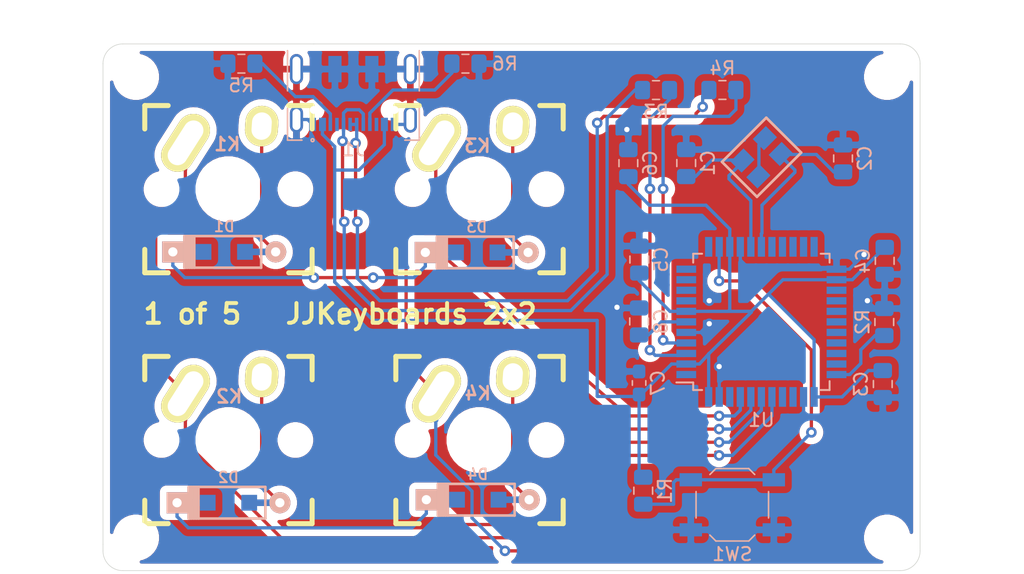
<source format=kicad_pcb>
(kicad_pcb (version 20171130) (host pcbnew "(5.1.5)-3")
  (layers (0 F.Cu signal) (31 B.Cu signal) (34 B.Paste user) (35 F.Paste user) (36 B.SilkS user) (37 F.SilkS user) (38 B.Mask user) (39 F.Mask user) (44 Edge.Cuts user))
  (net 0 "")
  (net 1 "Net-(C1-Pad1)")
  (net 2 "Net-(C2-Pad1)")
  (net 3 VCC)
  (net 4 "Net-(C8-Pad1)")
  (net 5 "Net-(D1-Pad2)")
  (net 6 /row0)
  (net 7 /row1)
  (net 8 "Net-(D3-Pad2)")
  (net 9 "Net-(D4-Pad2)")
  (net 10 /col0)
  (net 11 /col1)
  (net 12 "Net-(R1-Pad1)")
  (net 13 "Net-(R2-Pad2)")
  (net 14 "Net-(R3-Pad2)")
  (net 15 "Net-(R4-Pad1)")
  (net 16 "Net-(U1-Pad1)")
  (net 17 "Net-(U1-Pad8)")
  (net 18 "Net-(U1-Pad9)")
  (net 19 "Net-(U1-Pad10)")
  (net 20 "Net-(U1-Pad11)")
  (net 21 "Net-(U1-Pad12)")
  (net 22 "Net-(U1-Pad18)")
  (net 23 "Net-(U1-Pad19)")
  (net 24 "Net-(U1-Pad20)")
  (net 25 "Net-(U1-Pad21)")
  (net 26 "Net-(U1-Pad22)")
  (net 27 "Net-(U1-Pad25)")
  (net 28 "Net-(U1-Pad26)")
  (net 29 "Net-(U1-Pad27)")
  (net 30 "Net-(U1-Pad28)")
  (net 31 "Net-(U1-Pad29)")
  (net 32 "Net-(U1-Pad30)")
  (net 33 "Net-(U1-Pad31)")
  (net 34 "Net-(U1-Pad32)")
  (net 35 "Net-(U1-Pad36)")
  (net 36 "Net-(U1-Pad37)")
  (net 37 "Net-(U1-Pad42)")
  (net 38 "Net-(X1-Pad3)")
  (net 39 "Net-(D2-Pad2)")
  (net 40 "Net-(J1-PadA5)")
  (net 41 "Net-(J1-PadB8)")
  (net 42 "Net-(J1-PadA7)")
  (net 43 "Net-(J1-PadA6)")
  (net 44 "Net-(J1-PadB5)")
  (net 45 "Net-(J1-PadA8)")
  (net 46 GND)
  (module CustomFootprints:MountingHole_for_M2_NPTH (layer F.Cu) (at 143 51)
    (fp_text reference REF** hide)
    (fp_text value MountingHole_for_M2_NPTH)
    (pad "" np_thru_hole circle (at 0 0 90) (size 2.5 2.5) (drill 2.5) (layers *.Cu *.Mask))
  )
  (module CustomFootprints:MountingHole_for_M2_NPTH (layer F.Cu) (at 143 86)
    (fp_text reference REF** hide)
    (fp_text value MountingHole_for_M2_NPTH)
    (pad "" np_thru_hole circle (at 0 0 90) (size 2.5 2.5) (drill 2.5) (layers *.Cu *.Mask))
  )
  (module CustomFootprints:MountingHole_for_M2_NPTH (layer F.Cu) (at 200.084983 86.239058)
    (fp_text reference REF** hide)
    (fp_text value MountingHole_for_M2_NPTH)
    (pad "" np_thru_hole circle (at -0.084983 -0.239058 90) (size 2.5 2.5) (drill 2.5) (layers *.Cu *.Mask))
  )
  (module CustomFootprints:MountingHole_for_M2_NPTH (layer F.Cu) (at 200 51)
    (fp_text reference REF** hide)
    (fp_text value MountingHole_for_M2_NPTH)
    (pad "" np_thru_hole circle (at 0 0 90) (size 2.5 2.5) (drill 2.5) (layers *.Cu *.Mask))
  )
  (module Button_Switch_SMD:SW_SPST_TL3342 (layer B.Cu) (at 188.25 83.5)
    (fp_text reference SW1 (at 0 3.75) (layer B.SilkS) (effects (justify mirror)))
    (fp_text value SW_PUSH)
    (pad 1 smd rect (at -3.15 1.9) (size 1.7 1) (layers B.Cu B.Paste B.Mask) (net 46 GND))
    (pad 1 smd rect (at 3.15 1.9) (size 1.7 1) (layers B.Cu B.Paste B.Mask) (net 46 GND))
    (pad 2 smd rect (at -3.15 -1.9) (size 1.7 1) (layers B.Cu B.Paste B.Mask) (net 12 "Net-(R1-Pad1)"))
    (pad 2 smd rect (at 3.15 -1.9) (size 1.7 1) (layers B.Cu B.Paste B.Mask) (net 12 "Net-(R1-Pad1)"))
  )
  (module Capacitor_SMD:C_0805_2012Metric_Pad1.15x1.40mm_HandSolder (layer B.Cu) (at 184.751851 57.548078 90)
    (fp_text reference C1 (at 0 1.65 90) (layer B.SilkS) (effects (justify mirror)))
    (fp_text value 22p)
    (pad 2 smd roundrect (at 1.025 0 90) (size 1.15 1.4) (layers B.Cu B.Paste B.Mask) (roundrect_rratio 0.217391) (net 46 GND))
    (pad 1 smd roundrect (at -1.025 0 90) (size 1.15 1.4) (layers B.Cu B.Paste B.Mask) (roundrect_rratio 0.217391) (net 1 "Net-(C1-Pad1)"))
  )
  (module Capacitor_SMD:C_0805_2012Metric_Pad1.15x1.40mm_HandSolder (layer B.Cu) (at 196.651902 57.196937 90)
    (fp_text reference C2 (at 0 1.65 90) (layer B.SilkS) (effects (justify mirror)))
    (fp_text value 22p)
    (pad 1 smd roundrect (at -1.025 0 90) (size 1.15 1.4) (layers B.Cu B.Paste B.Mask) (roundrect_rratio 0.217391) (net 2 "Net-(C2-Pad1)"))
    (pad 2 smd roundrect (at 1.025 0 90) (size 1.15 1.4) (layers B.Cu B.Paste B.Mask) (roundrect_rratio 0.217391) (net 46 GND))
  )
  (module Capacitor_SMD:C_0805_2012Metric_Pad1.15x1.40mm_HandSolder (layer B.Cu) (at 199.667305 74.330405 270)
    (fp_text reference C3 (at 0 1.65 90) (layer B.SilkS) (effects (justify mirror)))
    (fp_text value 0.1u)
    (pad 1 smd roundrect (at -1.025 0 270) (size 1.15 1.4) (layers B.Cu B.Paste B.Mask) (roundrect_rratio 0.217391) (net 3 VCC))
    (pad 2 smd roundrect (at 1.025 0 270) (size 1.15 1.4) (layers B.Cu B.Paste B.Mask) (roundrect_rratio 0.217391) (net 46 GND))
  )
  (module Capacitor_SMD:C_0805_2012Metric_Pad1.15x1.40mm_HandSolder (layer B.Cu) (at 199.815606 64.973392 270)
    (fp_text reference C4 (at 0 1.65 90) (layer B.SilkS) (effects (justify mirror)))
    (fp_text value 0.1u)
    (pad 2 smd roundrect (at 1.025 0 270) (size 1.15 1.4) (layers B.Cu B.Paste B.Mask) (roundrect_rratio 0.217391) (net 46 GND))
    (pad 1 smd roundrect (at -1.025 0 270) (size 1.15 1.4) (layers B.Cu B.Paste B.Mask) (roundrect_rratio 0.217391) (net 3 VCC))
  )
  (module Capacitor_SMD:C_0805_2012Metric_Pad1.15x1.40mm_HandSolder (layer B.Cu) (at 181.192497 64.876612 90)
    (fp_text reference C5 (at 0 1.65 90) (layer B.SilkS) (effects (justify mirror)))
    (fp_text value 0.1u)
    (pad 1 smd roundrect (at -1.025 0 90) (size 1.15 1.4) (layers B.Cu B.Paste B.Mask) (roundrect_rratio 0.217391) (net 3 VCC))
    (pad 2 smd roundrect (at 1.025 0 90) (size 1.15 1.4) (layers B.Cu B.Paste B.Mask) (roundrect_rratio 0.217391) (net 46 GND))
  )
  (module Capacitor_SMD:C_0805_2012Metric_Pad1.15x1.40mm_HandSolder (layer B.Cu) (at 180.362008 57.554412 90)
    (fp_text reference C6 (at 0 1.65 90) (layer B.SilkS) (effects (justify mirror)))
    (fp_text value 0.1u)
    (pad 2 smd roundrect (at 1.025 0 90) (size 1.15 1.4) (layers B.Cu B.Paste B.Mask) (roundrect_rratio 0.217391) (net 46 GND))
    (pad 1 smd roundrect (at -1.025 0 90) (size 1.15 1.4) (layers B.Cu B.Paste B.Mask) (roundrect_rratio 0.217391) (net 3 VCC))
  )
  (module Capacitor_SMD:C_0805_2012Metric_Pad1.15x1.40mm_HandSolder (layer B.Cu) (at 181.177929 69.576762 90)
    (fp_text reference C8 (at 0 1.65 90) (layer B.SilkS) (effects (justify mirror)))
    (fp_text value 1u)
    (pad 2 smd roundrect (at 1.025 0 90) (size 1.15 1.4) (layers B.Cu B.Paste B.Mask) (roundrect_rratio 0.217391) (net 46 GND))
    (pad 1 smd roundrect (at -1.025 0 90) (size 1.15 1.4) (layers B.Cu B.Paste B.Mask) (roundrect_rratio 0.217391) (net 4 "Net-(C8-Pad1)"))
  )
  (module keyboard_parts:D_SOD123_axial (layer B.Cu) (at 149.7 64.29375)
    (fp_text reference D1 (at 0 -1.925) (layer B.SilkS) (effects (font (size 0.8 0.8)) (justify mirror)))
    (fp_text value D hide)
    (pad 2 smd rect (at 2.7 0) (size 2.5 0.5) (layers B.Cu) (net 5 "Net-(D1-Pad2)"))
    (pad 1 smd rect (at -2.7 0) (size 2.5 0.5) (layers B.Cu) (net 6 /row0))
    (pad 2 thru_hole circle (at 3.9 0) (size 1.6 1.6) (drill 0.7) (layers *.Cu *.Mask B.SilkS) (net 5 "Net-(D1-Pad2)"))
    (pad 1 thru_hole rect (at -3.9 0) (size 1.6 1.6) (drill 0.7) (layers *.Cu *.Mask B.SilkS) (net 6 /row0))
    (pad 1 smd rect (at -1.575 0) (size 1.2 1.2) (layers B.Cu B.Paste B.Mask) (net 6 /row0))
    (pad 2 smd rect (at 1.575 0) (size 1.2 1.2) (layers B.Cu B.Paste B.Mask) (net 5 "Net-(D1-Pad2)"))
  )
  (module keyboard_parts:D_SOD123_axial (layer B.Cu) (at 150.01875 83.34375)
    (fp_text reference D2 (at 0 -1.925) (layer B.SilkS) (effects (font (size 0.8 0.8)) (justify mirror)))
    (fp_text value D hide)
    (pad 2 smd rect (at 1.575 0) (size 1.2 1.2) (layers B.Cu B.Paste B.Mask) (net 39 "Net-(D2-Pad2)"))
    (pad 1 smd rect (at -1.575 0) (size 1.2 1.2) (layers B.Cu B.Paste B.Mask) (net 7 /row1))
    (pad 1 thru_hole rect (at -3.9 0) (size 1.6 1.6) (drill 0.7) (layers *.Cu *.Mask B.SilkS) (net 7 /row1))
    (pad 2 thru_hole circle (at 3.9 0) (size 1.6 1.6) (drill 0.7) (layers *.Cu *.Mask B.SilkS) (net 39 "Net-(D2-Pad2)"))
    (pad 1 smd rect (at -2.7 0) (size 2.5 0.5) (layers B.Cu) (net 7 /row1))
    (pad 2 smd rect (at 2.7 0) (size 2.5 0.5) (layers B.Cu) (net 39 "Net-(D2-Pad2)"))
  )
  (module keyboard_parts:D_SOD123_axial (layer B.Cu) (at 168.858501 64.334521)
    (fp_text reference D3 (at 0 -1.925) (layer B.SilkS) (effects (font (size 0.8 0.8)) (justify mirror)))
    (fp_text value D hide)
    (pad 2 smd rect (at 1.575 0) (size 1.2 1.2) (layers B.Cu B.Paste B.Mask) (net 8 "Net-(D3-Pad2)"))
    (pad 1 smd rect (at -1.575 0) (size 1.2 1.2) (layers B.Cu B.Paste B.Mask) (net 6 /row0))
    (pad 1 thru_hole rect (at -3.9 0) (size 1.6 1.6) (drill 0.7) (layers *.Cu *.Mask B.SilkS) (net 6 /row0))
    (pad 2 thru_hole circle (at 3.9 0) (size 1.6 1.6) (drill 0.7) (layers *.Cu *.Mask B.SilkS) (net 8 "Net-(D3-Pad2)"))
    (pad 1 smd rect (at -2.7 0) (size 2.5 0.5) (layers B.Cu) (net 6 /row0))
    (pad 2 smd rect (at 2.7 0) (size 2.5 0.5) (layers B.Cu) (net 8 "Net-(D3-Pad2)"))
  )
  (module keyboard_parts:D_SOD123_axial (layer B.Cu) (at 168.934483 83.113504)
    (fp_text reference D4 (at 0 -1.925) (layer B.SilkS) (effects (font (size 0.8 0.8)) (justify mirror)))
    (fp_text value D hide)
    (pad 2 smd rect (at 2.7 0) (size 2.5 0.5) (layers B.Cu) (net 9 "Net-(D4-Pad2)"))
    (pad 1 smd rect (at -2.7 0) (size 2.5 0.5) (layers B.Cu) (net 7 /row1))
    (pad 2 thru_hole circle (at 3.9 0) (size 1.6 1.6) (drill 0.7) (layers *.Cu *.Mask B.SilkS) (net 9 "Net-(D4-Pad2)"))
    (pad 1 thru_hole rect (at -3.9 0) (size 1.6 1.6) (drill 0.7) (layers *.Cu *.Mask B.SilkS) (net 7 /row1))
    (pad 1 smd rect (at -1.575 0) (size 1.2 1.2) (layers B.Cu B.Paste B.Mask) (net 7 /row1))
    (pad 2 smd rect (at 1.575 0) (size 1.2 1.2) (layers B.Cu B.Paste B.Mask) (net 9 "Net-(D4-Pad2)"))
  )
  (module keebs:Mx_Alps_100 (layer F.Cu) (at 150.01875 59.53125)
    (fp_text reference K1 (at -0.091142 -3.416841) (layer B.SilkS) (effects (font (thickness 0.2)) (justify mirror)))
    (fp_text value KEYSW hide)
    (pad 2 thru_hole oval (at 2.52 -4.79 356.1) (size 2.5 3.08) (drill oval 1.5 2.08) (layers *.Cu *.Mask F.SilkS) (net 5 "Net-(D1-Pad2)"))
    (pad 1 thru_hole oval (at -3.255 -3.52 327.5) (size 2.5 4.75) (drill oval 1.5 3.75) (layers *.Cu *.Mask F.SilkS) (net 10 /col0))
    (pad HOLE np_thru_hole circle (at 5.08 0) (size 1.7018 1.7018) (drill 1.7018) (layers *.Cu))
    (pad HOLE np_thru_hole circle (at -5.08 0) (size 1.7018 1.7018) (drill 1.7018) (layers *.Cu))
    (pad HOLE np_thru_hole circle (at 0 0) (size 3.9878 3.9878) (drill 3.9878) (layers *.Cu))
  )
  (module keebs:Mx_Alps_100 (layer F.Cu) (at 150.01875 78.58125)
    (fp_text reference K2 (at 0.057275 -3.309618) (layer B.SilkS) (effects (font (thickness 0.2)) (justify mirror)))
    (fp_text value KEYSW hide)
    (pad 2 thru_hole oval (at 2.52 -4.79 356.1) (size 2.5 3.08) (drill oval 1.5 2.08) (layers *.Cu *.Mask F.SilkS) (net 39 "Net-(D2-Pad2)"))
    (pad 1 thru_hole oval (at -3.255 -3.52 327.5) (size 2.5 4.75) (drill oval 1.5 3.75) (layers *.Cu *.Mask F.SilkS) (net 10 /col0))
    (pad HOLE np_thru_hole circle (at 5.08 0) (size 1.7018 1.7018) (drill 1.7018) (layers *.Cu))
    (pad HOLE np_thru_hole circle (at -5.08 0) (size 1.7018 1.7018) (drill 1.7018) (layers *.Cu))
    (pad HOLE np_thru_hole circle (at 0 0) (size 3.9878 3.9878) (drill 3.9878) (layers *.Cu))
  )
  (module keebs:Mx_Alps_100 (layer F.Cu) (at 169.06875 59.53125)
    (fp_text reference K3 (at -0.159776 -3.28902) (layer B.SilkS) (effects (font (thickness 0.2)) (justify mirror)))
    (fp_text value KEYSW hide)
    (pad HOLE np_thru_hole circle (at 0 0) (size 3.9878 3.9878) (drill 3.9878) (layers *.Cu))
    (pad HOLE np_thru_hole circle (at -5.08 0) (size 1.7018 1.7018) (drill 1.7018) (layers *.Cu))
    (pad HOLE np_thru_hole circle (at 5.08 0) (size 1.7018 1.7018) (drill 1.7018) (layers *.Cu))
    (pad 1 thru_hole oval (at -3.255 -3.52 327.5) (size 2.5 4.75) (drill oval 1.5 3.75) (layers *.Cu *.Mask F.SilkS) (net 11 /col1))
    (pad 2 thru_hole oval (at 2.52 -4.79 356.1) (size 2.5 3.08) (drill oval 1.5 2.08) (layers *.Cu *.Mask F.SilkS) (net 8 "Net-(D3-Pad2)"))
  )
  (module keebs:Mx_Alps_100 (layer F.Cu) (at 169.06875 78.58125)
    (fp_text reference K4 (at -0.126397 -3.539695) (layer B.SilkS) (effects (font (thickness 0.2)) (justify mirror)))
    (fp_text value KEYSW hide)
    (pad HOLE np_thru_hole circle (at 0 0) (size 3.9878 3.9878) (drill 3.9878) (layers *.Cu))
    (pad HOLE np_thru_hole circle (at -5.08 0) (size 1.7018 1.7018) (drill 1.7018) (layers *.Cu))
    (pad HOLE np_thru_hole circle (at 5.08 0) (size 1.7018 1.7018) (drill 1.7018) (layers *.Cu))
    (pad 1 thru_hole oval (at -3.255 -3.52 327.5) (size 2.5 4.75) (drill oval 1.5 3.75) (layers *.Cu *.Mask F.SilkS) (net 11 /col1))
    (pad 2 thru_hole oval (at 2.52 -4.79 356.1) (size 2.5 3.08) (drill oval 1.5 2.08) (layers *.Cu *.Mask F.SilkS) (net 9 "Net-(D4-Pad2)"))
  )
  (module Resistor_SMD:R_0805_2012Metric_Pad1.15x1.40mm_HandSolder (layer B.Cu) (at 181.491178 82.430368 90)
    (fp_text reference R1 (at 0 1.65 90) (layer B.SilkS) (effects (justify mirror)))
    (fp_text value 10k)
    (pad 2 smd roundrect (at 1.025 0 90) (size 1.15 1.4) (layers B.Cu B.Paste B.Mask) (roundrect_rratio 0.217391) (net 3 VCC))
    (pad 1 smd roundrect (at -1.025 0 90) (size 1.15 1.4) (layers B.Cu B.Paste B.Mask) (roundrect_rratio 0.217391) (net 12 "Net-(R1-Pad1)"))
  )
  (module Resistor_SMD:R_0805_2012Metric_Pad1.15x1.40mm_HandSolder (layer B.Cu) (at 199.781879 69.620621 270)
    (fp_text reference R2 (at 0 1.65 90) (layer B.SilkS) (effects (justify mirror)))
    (fp_text value 10k)
    (pad 1 smd roundrect (at -1.025 0 270) (size 1.15 1.4) (layers B.Cu B.Paste B.Mask) (roundrect_rratio 0.217391) (net 46 GND))
    (pad 2 smd roundrect (at 1.025 0 270) (size 1.15 1.4) (layers B.Cu B.Paste B.Mask) (roundrect_rratio 0.217391) (net 13 "Net-(R2-Pad2)"))
  )
  (module Resistor_SMD:R_0805_2012Metric_Pad1.15x1.40mm_HandSolder (layer B.Cu) (at 182.459842 52.004914)
    (fp_text reference R3 (at 0 1.65) (layer B.SilkS) (effects (justify mirror)))
    (fp_text value 22)
    (pad 1 smd roundrect (at -1.025 0) (size 1.15 1.4) (layers B.Cu B.Paste B.Mask) (roundrect_rratio 0.217391) (net 42 "Net-(J1-PadA7)"))
    (pad 2 smd roundrect (at 1.025 0) (size 1.15 1.4) (layers B.Cu B.Paste B.Mask) (roundrect_rratio 0.217391) (net 14 "Net-(R3-Pad2)"))
  )
  (module Resistor_SMD:R_0805_2012Metric_Pad1.15x1.40mm_HandSolder (layer B.Cu) (at 187.5 52 180)
    (fp_text reference R4 (at 0 1.65) (layer B.SilkS) (effects (justify mirror)))
    (fp_text value 22)
    (pad 2 smd roundrect (at 1.025 0 180) (size 1.15 1.4) (layers B.Cu B.Paste B.Mask) (roundrect_rratio 0.217391) (net 43 "Net-(J1-PadA6)"))
    (pad 1 smd roundrect (at -1.025 0 180) (size 1.15 1.4) (layers B.Cu B.Paste B.Mask) (roundrect_rratio 0.217391) (net 15 "Net-(R4-Pad1)"))
  )
  (module Housings_QFP:TQFP-44_10x10mm_Pitch0.8mm (layer B.Cu) (at 190.457273 69.608954)
    (fp_text reference U1 (at 0 7.45) (layer B.SilkS) (effects (justify mirror)))
    (fp_text value ATMEGA32U4)
    (pad 1 smd rect (at -5.7 4) (size 1.5 0.55) (layers B.Cu B.Paste B.Mask) (net 16 "Net-(U1-Pad1)"))
    (pad 2 smd rect (at -5.7 3.2) (size 1.5 0.55) (layers B.Cu B.Paste B.Mask) (net 3 VCC))
    (pad 3 smd rect (at -5.7 2.4) (size 1.5 0.55) (layers B.Cu B.Paste B.Mask) (net 14 "Net-(R3-Pad2)"))
    (pad 4 smd rect (at -5.7 1.6) (size 1.5 0.55) (layers B.Cu B.Paste B.Mask) (net 15 "Net-(R4-Pad1)"))
    (pad 5 smd rect (at -5.7 0.8) (size 1.5 0.55) (layers B.Cu B.Paste B.Mask) (net 46 GND))
    (pad 6 smd rect (at -5.7 0) (size 1.5 0.55) (layers B.Cu B.Paste B.Mask) (net 4 "Net-(C8-Pad1)"))
    (pad 7 smd rect (at -5.7 -0.8) (size 1.5 0.55) (layers B.Cu B.Paste B.Mask) (net 3 VCC))
    (pad 8 smd rect (at -5.7 -1.6) (size 1.5 0.55) (layers B.Cu B.Paste B.Mask) (net 17 "Net-(U1-Pad8)"))
    (pad 9 smd rect (at -5.7 -2.4) (size 1.5 0.55) (layers B.Cu B.Paste B.Mask) (net 18 "Net-(U1-Pad9)"))
    (pad 10 smd rect (at -5.7 -3.2) (size 1.5 0.55) (layers B.Cu B.Paste B.Mask) (net 19 "Net-(U1-Pad10)"))
    (pad 11 smd rect (at -5.7 -4) (size 1.5 0.55) (layers B.Cu B.Paste B.Mask) (net 20 "Net-(U1-Pad11)"))
    (pad 12 smd rect (at -4 -5.7 270) (size 1.5 0.55) (layers B.Cu B.Paste B.Mask) (net 21 "Net-(U1-Pad12)"))
    (pad 13 smd rect (at -3.2 -5.7 270) (size 1.5 0.55) (layers B.Cu B.Paste B.Mask) (net 12 "Net-(R1-Pad1)"))
    (pad 14 smd rect (at -2.4 -5.7 270) (size 1.5 0.55) (layers B.Cu B.Paste B.Mask) (net 3 VCC))
    (pad 15 smd rect (at -1.6 -5.7 270) (size 1.5 0.55) (layers B.Cu B.Paste B.Mask) (net 46 GND))
    (pad 16 smd rect (at -0.8 -5.7 270) (size 1.5 0.55) (layers B.Cu B.Paste B.Mask) (net 1 "Net-(C1-Pad1)"))
    (pad 17 smd rect (at 0 -5.7 270) (size 1.5 0.55) (layers B.Cu B.Paste B.Mask) (net 2 "Net-(C2-Pad1)"))
    (pad 18 smd rect (at 0.8 -5.7 270) (size 1.5 0.55) (layers B.Cu B.Paste B.Mask) (net 22 "Net-(U1-Pad18)"))
    (pad 19 smd rect (at 1.6 -5.7 270) (size 1.5 0.55) (layers B.Cu B.Paste B.Mask) (net 23 "Net-(U1-Pad19)"))
    (pad 20 smd rect (at 2.4 -5.7 270) (size 1.5 0.55) (layers B.Cu B.Paste B.Mask) (net 24 "Net-(U1-Pad20)"))
    (pad 21 smd rect (at 3.2 -5.7 270) (size 1.5 0.55) (layers B.Cu B.Paste B.Mask) (net 25 "Net-(U1-Pad21)"))
    (pad 22 smd rect (at 4 -5.7 270) (size 1.5 0.55) (layers B.Cu B.Paste B.Mask) (net 26 "Net-(U1-Pad22)"))
    (pad 23 smd rect (at 5.7 -4) (size 1.5 0.55) (layers B.Cu B.Paste B.Mask) (net 46 GND))
    (pad 24 smd rect (at 5.7 -3.2) (size 1.5 0.55) (layers B.Cu B.Paste B.Mask) (net 3 VCC))
    (pad 25 smd rect (at 5.7 -2.4) (size 1.5 0.55) (layers B.Cu B.Paste B.Mask) (net 27 "Net-(U1-Pad25)"))
    (pad 26 smd rect (at 5.7 -1.6) (size 1.5 0.55) (layers B.Cu B.Paste B.Mask) (net 28 "Net-(U1-Pad26)"))
    (pad 27 smd rect (at 5.7 -0.8) (size 1.5 0.55) (layers B.Cu B.Paste B.Mask) (net 29 "Net-(U1-Pad27)"))
    (pad 28 smd rect (at 5.7 0) (size 1.5 0.55) (layers B.Cu B.Paste B.Mask) (net 30 "Net-(U1-Pad28)"))
    (pad 29 smd rect (at 5.7 0.8) (size 1.5 0.55) (layers B.Cu B.Paste B.Mask) (net 31 "Net-(U1-Pad29)"))
    (pad 30 smd rect (at 5.7 1.6) (size 1.5 0.55) (layers B.Cu B.Paste B.Mask) (net 32 "Net-(U1-Pad30)"))
    (pad 31 smd rect (at 5.7 2.4) (size 1.5 0.55) (layers B.Cu B.Paste B.Mask) (net 33 "Net-(U1-Pad31)"))
    (pad 32 smd rect (at 5.7 3.2) (size 1.5 0.55) (layers B.Cu B.Paste B.Mask) (net 34 "Net-(U1-Pad32)"))
    (pad 33 smd rect (at 5.7 4) (size 1.5 0.55) (layers B.Cu B.Paste B.Mask) (net 13 "Net-(R2-Pad2)"))
    (pad 34 smd rect (at 4 5.7 270) (size 1.5 0.55) (layers B.Cu B.Paste B.Mask) (net 3 VCC))
    (pad 35 smd rect (at 3.2 5.7 270) (size 1.5 0.55) (layers B.Cu B.Paste B.Mask) (net 46 GND))
    (pad 36 smd rect (at 2.4 5.7 270) (size 1.5 0.55) (layers B.Cu B.Paste B.Mask) (net 35 "Net-(U1-Pad36)"))
    (pad 37 smd rect (at 1.6 5.7 270) (size 1.5 0.55) (layers B.Cu B.Paste B.Mask) (net 36 "Net-(U1-Pad37)"))
    (pad 38 smd rect (at 0.8 5.7 270) (size 1.5 0.55) (layers B.Cu B.Paste B.Mask) (net 11 /col1))
    (pad 39 smd rect (at 0 5.7 270) (size 1.5 0.55) (layers B.Cu B.Paste B.Mask) (net 10 /col0))
    (pad 40 smd rect (at -0.8 5.7 270) (size 1.5 0.55) (layers B.Cu B.Paste B.Mask) (net 7 /row1))
    (pad 41 smd rect (at -1.6 5.7 270) (size 1.5 0.55) (layers B.Cu B.Paste B.Mask) (net 6 /row0))
    (pad 42 smd rect (at -2.4 5.7 270) (size 1.5 0.55) (layers B.Cu B.Paste B.Mask) (net 37 "Net-(U1-Pad42)"))
    (pad 43 smd rect (at -3.2 5.7 270) (size 1.5 0.55) (layers B.Cu B.Paste B.Mask) (net 46 GND))
    (pad 44 smd rect (at -4 5.7 270) (size 1.5 0.55) (layers B.Cu B.Paste B.Mask) (net 3 VCC))
  )
  (module keyboard_parts:FA-238 (layer B.Cu) (at 190.474241 57.106928 45)
    (fp_text reference X1 hide)
    (fp_text value XTAL_GND hide)
    (pad 3 smd rect (at -1.1 0.8 45) (size 1.4 1.2) (drill (offset -0.1 0.05)) (layers B.Cu B.Paste B.Mask) (net 38 "Net-(X1-Pad3)") (clearance 0.2))
    (pad 2 smd rect (at 1.1 0.8 45) (size 1.4 1.2) (drill (offset 0.1 0.05)) (layers B.Cu B.Paste B.Mask) (net 2 "Net-(C2-Pad1)") (clearance 0.2))
    (pad 1 smd rect (at -1.1 -0.8 45) (size 1.4 1.2) (drill (offset -0.1 -0.05)) (layers B.Cu B.Paste B.Mask) (net 1 "Net-(C1-Pad1)") (clearance 0.2))
    (pad 3 smd rect (at 1.1 -0.8 45) (size 1.4 1.2) (drill (offset 0.1 -0.05)) (layers B.Cu B.Paste B.Mask) (net 38 "Net-(X1-Pad3)") (clearance 0.2))
  )
  (module Capacitor_SMD:C_0603_1608Metric_Pad1.05x0.95mm_HandSolder (layer B.Cu) (at 181.176934 74.249661 90)
    (fp_text reference C7 (at 0 1.43 90) (layer B.SilkS) (effects (justify mirror)))
    (fp_text value 4,7u)
    (pad 1 smd roundrect (at -0.875 0 90) (size 1.05 0.95) (layers B.Cu B.Paste B.Mask) (net 3 VCC))
    (pad 2 smd roundrect (at 0.875 0 90) (size 1.05 0.95) (layers B.Cu B.Paste B.Mask) (net 46 GND))
  )
  (module Connector_USB:USB_C_Receptacle_JAE_DX07S016JA1 (layer B.Cu) (at 159.5 52.25)
    (fp_text reference J1 (at 0 4.2625) (layer B.SilkS) (effects (justify mirror)))
    (fp_text value USB_C_Receptacle_USB2.0)
    (pad B1 smd rect (at 3.1 2.3625) (size 0.52 1) (layers B.Cu B.Paste B.Mask) (net 46 GND))
    (pad A9 smd rect (at 2.35 2.3625) (size 0.52 1) (layers B.Cu B.Paste B.Mask) (net 3 VCC))
    (pad B9 smd rect (at -2.35 2.3625) (size 0.52 1) (layers B.Cu B.Paste B.Mask) (net 3 VCC))
    (pad B12 smd rect (at -3.1 2.3625) (size 0.52 1) (layers B.Cu B.Paste B.Mask) (net 46 GND))
    (pad A1 smd rect (at -3.1 2.3625) (size 0.52 1) (layers B.Cu B.Paste B.Mask) (net 46 GND))
    (pad A4 smd rect (at -2.35 2.3625) (size 0.52 1) (layers B.Cu B.Paste B.Mask) (net 3 VCC))
    (pad B4 smd rect (at 2.35 2.3625) (size 0.52 1) (layers B.Cu B.Paste B.Mask) (net 3 VCC))
    (pad A12 smd rect (at 3.1 2.3625) (size 0.52 1) (layers B.Cu B.Paste B.Mask) (net 46 GND))
    (pad A5 smd rect (at -1.75 2.3625) (size 0.27 1) (layers B.Cu B.Paste B.Mask) (net 40 "Net-(J1-PadA5)"))
    (pad B8 smd rect (at -1.25 2.3625) (size 0.27 1) (layers B.Cu B.Paste B.Mask) (net 41 "Net-(J1-PadB8)"))
    (pad B7 smd rect (at -0.75 2.3625) (size 0.27 1) (layers B.Cu B.Paste B.Mask) (net 42 "Net-(J1-PadA7)"))
    (pad B6 smd rect (at 0.25 2.3625) (size 0.27 1) (layers B.Cu B.Paste B.Mask) (net 43 "Net-(J1-PadA6)"))
    (pad A7 smd rect (at 0.75 2.3625) (size 0.27 1) (layers B.Cu B.Paste B.Mask) (net 42 "Net-(J1-PadA7)"))
    (pad B5 smd rect (at 1.25 2.3625) (size 0.27 1) (layers B.Cu B.Paste B.Mask) (net 44 "Net-(J1-PadB5)"))
    (pad A8 smd rect (at 1.75 2.3625) (size 0.27 1) (layers B.Cu B.Paste B.Mask) (net 45 "Net-(J1-PadA8)"))
    (pad A6 smd rect (at -0.25 2.3625) (size 0.27 1) (layers B.Cu B.Paste B.Mask) (net 43 "Net-(J1-PadA6)"))
    (pad S1 thru_hole oval (at 4.32 1.9875) (size 1 2) (drill oval 0.6 1.6) (layers *.Cu *.Mask) (net 46 GND))
    (pad S1 thru_hole oval (at -4.32 1.9875) (size 1 2) (drill oval 0.6 1.6) (layers *.Cu *.Mask) (net 46 GND))
    (pad "" np_thru_hole circle (at -3 1.2625) (size 0.6 0.6) (drill 0.6) (layers *.Cu *.Mask))
    (pad S1 thru_hole oval (at -4.32 -1.8375) (size 1 2.3) (drill oval 0.6 1.9) (layers *.Cu *.Mask) (net 46 GND))
    (pad "" np_thru_hole oval (at 3 1.2625) (size 0.85 0.6) (drill oval 0.85 0.6) (layers *.Cu *.Mask))
    (pad S1 thru_hole oval (at 4.32 -1.8375) (size 1 2.3) (drill oval 0.6 1.9) (layers *.Cu *.Mask) (net 46 GND))
    (pad S1 smd rect (at 1.4 -1.8375) (size 1 2) (layers B.Cu B.Paste B.Mask) (net 46 GND))
    (pad S1 smd rect (at -1.4 -1.8375) (size 1 2) (layers B.Cu B.Paste B.Mask) (net 46 GND))
  )
  (module Resistor_SMD:R_0805_2012Metric_Pad1.15x1.40mm_HandSolder (layer B.Cu) (at 151 50)
    (fp_text reference R5 (at 0 1.65) (layer B.SilkS) (effects (justify mirror)))
    (fp_text value 5.1k)
    (pad 2 smd roundrect (at 1.025 0) (size 1.15 1.4) (layers B.Cu B.Paste B.Mask) (roundrect_rratio 0.217391) (net 40 "Net-(J1-PadA5)"))
    (pad 1 smd roundrect (at -1.025 0) (size 1.15 1.4) (layers B.Cu B.Paste B.Mask) (roundrect_rratio 0.217391) (net 46 GND))
  )
  (module Resistor_SMD:R_0805_2012Metric_Pad1.15x1.40mm_HandSolder (layer B.Cu) (at 168 50 180)
    (fp_text reference R6 (at -3 0) (layer B.SilkS) (effects (justify mirror)))
    (fp_text value 5.1k)
    (pad 1 smd roundrect (at -1.025 0 180) (size 1.15 1.4) (layers B.Cu B.Paste B.Mask) (roundrect_rratio 0.217391) (net 46 GND))
    (pad 2 smd roundrect (at 1.025 0 180) (size 1.15 1.4) (layers B.Cu B.Paste B.Mask) (roundrect_rratio 0.217391) (net 44 "Net-(J1-PadB5)"))
  )
  (gr_line (start 140.5 86.5) (end 140.5 87) (layer Edge.Cuts) (width 0.05))
  (gr_arc (start 142 50) (end 142 48.5) (angle -90) (layer Edge.Cuts) (width 0.05))
  (gr_arc (start 142 87) (end 140.5 87) (angle -90) (layer Edge.Cuts) (width 0.05))
  (gr_arc (start 201 87) (end 201 88.5) (angle -90) (layer Edge.Cuts) (width 0.05))
  (gr_arc (start 201 50) (end 202.5 50) (angle -90) (layer Edge.Cuts) (width 0.05))
  (gr_line (start 201 48.5) (end 156.5 48.5) (layer Edge.Cuts) (width 0.05))
  (gr_line (start 202.5 87) (end 202.5 50) (layer Edge.Cuts) (width 0.05))
  (gr_line (start 142 88.5) (end 201 88.5) (layer Edge.Cuts) (width 0.05))
  (gr_line (start 140.5 50) (end 140.5 86.5) (layer Edge.Cuts) (width 0.05))
  (gr_line (start 156.5 48.5) (end 142 48.5) (layer Edge.Cuts) (width 0.05))
  (gr_text "1 of 5   JJKeyboards 2x2" (at 158.5 69) (layer F.SilkS) (effects (font (size 1.5 1.5) (thickness 0.3))))
  (segment (start 199.781879 68.595621) (end 199.081879 68.595621) (width 0.25) (layer B.Cu) (net 46))
  (segment (start 195.157273 65.608954) (end 196.157273 65.608954) (width 0.25) (layer B.Cu) (net 46))
  (segment (start 189.557273 65.608954) (end 195.157273 65.608954) (width 0.25) (layer B.Cu) (net 46))
  (segment (start 188.857273 64.908954) (end 189.557273 65.608954) (width 0.25) (layer B.Cu) (net 46))
  (segment (start 188.857273 63.908954) (end 188.857273 64.908954) (width 0.25) (layer B.Cu) (net 46))
  (via (at 198.5 68) (size 0.8) (drill 0.4) (layers F.Cu B.Cu) (net 46))
  (segment (start 199.781879 68.595621) (end 199.095621 68.595621) (width 0.25) (layer B.Cu) (net 46))
  (segment (start 199.095621 68.595621) (end 198.5 68) (width 0.25) (layer B.Cu) (net 46))
  (via (at 198.244346 64.494346) (size 0.8) (drill 0.4) (layers F.Cu B.Cu) (net 46))
  (segment (start 198.5 68) (end 198.5 64.75) (width 0.25) (layer F.Cu) (net 46))
  (segment (start 198.5 64.75) (end 198.244346 64.494346) (width 0.25) (layer F.Cu) (net 46))
  (segment (start 197.129738 65.608954) (end 196.157273 65.608954) (width 0.25) (layer B.Cu) (net 46))
  (segment (start 198.244346 64.494346) (end 197.129738 65.608954) (width 0.25) (layer B.Cu) (net 46))
  (segment (start 187.257273 75.308954) (end 187.257273 73.992727) (width 0.25) (layer B.Cu) (net 46))
  (segment (start 193.657273 75.308954) (end 193.657273 76.592727) (width 0.25) (layer B.Cu) (net 46))
  (segment (start 193.657273 76.592727) (end 193.25 77) (width 0.25) (layer B.Cu) (net 46))
  (via (at 186.5 69.75) (size 0.8) (drill 0.4) (layers F.Cu B.Cu) (net 46))
  (segment (start 184.757273 70.408954) (end 185.841046 70.408954) (width 0.25) (layer B.Cu) (net 46))
  (segment (start 185.841046 70.408954) (end 186.5 69.75) (width 0.25) (layer B.Cu) (net 46))
  (via (at 186.5 68) (size 0.8) (drill 0.4) (layers F.Cu B.Cu) (net 46))
  (segment (start 186.5 69.75) (end 186.5 68) (width 0.25) (layer F.Cu) (net 46))
  (segment (start 186.5 68) (end 186.5 67.5) (width 0.25) (layer B.Cu) (net 46))
  (segment (start 186.5 67.5) (end 186.5 67.25) (width 0.25) (layer B.Cu) (net 46))
  (via (at 179.5 68.5) (size 0.8) (drill 0.4) (layers F.Cu B.Cu) (net 46))
  (segment (start 181.177929 68.551762) (end 179.551762 68.551762) (width 0.25) (layer B.Cu) (net 46))
  (segment (start 179.551762 68.551762) (end 179.5 68.5) (width 0.25) (layer B.Cu) (net 46))
  (via (at 180.25 55) (size 0.8) (drill 0.4) (layers F.Cu B.Cu) (net 46))
  (segment (start 180.362008 56.529412) (end 180.362008 55.112008) (width 0.25) (layer B.Cu) (net 46))
  (segment (start 180.362008 55.112008) (end 180.25 55) (width 0.25) (layer B.Cu) (net 46))
  (segment (start 180.25 55) (end 184.5 55) (width 0.25) (layer F.Cu) (net 46))
  (via (at 187.25 73) (size 0.8) (drill 0.4) (layers F.Cu B.Cu) (net 46))
  (segment (start 187.257273 73.992727) (end 187.257273 73.007273) (width 0.25) (layer B.Cu) (net 46))
  (segment (start 187.257273 73.007273) (end 187.25 73) (width 0.25) (layer B.Cu) (net 46))
  (segment (start 187.25 73) (end 187.25 70.25) (width 0.25) (layer F.Cu) (net 46))
  (segment (start 156.025 54.2375) (end 156.4 54.6125) (width 0.25) (layer B.Cu) (net 46))
  (segment (start 155.18 54.2375) (end 156.025 54.2375) (width 0.25) (layer B.Cu) (net 46))
  (segment (start 163.445 54.6125) (end 163.82 54.2375) (width 0.25) (layer B.Cu) (net 46))
  (segment (start 162.6 54.6125) (end 163.445 54.6125) (width 0.25) (layer B.Cu) (net 46))
  (segment (start 186.705869 57.31906) (end 189.130738 57.31906) (width 0.25) (layer B.Cu) (net 1))
  (segment (start 185.451851 58.573078) (end 186.705869 57.31906) (width 0.25) (layer B.Cu) (net 1))
  (segment (start 184.751851 58.573078) (end 185.451851 58.573078) (width 0.25) (layer B.Cu) (net 1))
  (segment (start 189.130738 57.31906) (end 188.982505 57.467293) (width 0.25) (layer B.Cu) (net 1))
  (segment (start 189.130738 57.31906) (end 189.130738 57.369262) (width 0.25) (layer B.Cu) (net 1))
  (segment (start 189.130738 57.369262) (end 188 58.5) (width 0.25) (layer B.Cu) (net 1))
  (segment (start 188 58.5) (end 188 58.75) (width 0.25) (layer B.Cu) (net 1))
  (segment (start 189.657273 60.407273) (end 189.657273 63.908954) (width 0.25) (layer B.Cu) (net 1))
  (segment (start 188 58.75) (end 189.657273 60.407273) (width 0.25) (layer B.Cu) (net 1))
  (segment (start 190.457273 62.908954) (end 190.5 62.866227) (width 0.25) (layer B.Cu) (net 2))
  (segment (start 190.457273 63.908954) (end 190.457273 62.908954) (width 0.25) (layer B.Cu) (net 2))
  (segment (start 190.5 62.866227) (end 190.5 60.75) (width 0.25) (layer B.Cu) (net 2))
  (segment (start 190.5 60.75) (end 193 58.25) (width 0.25) (layer B.Cu) (net 2))
  (segment (start 193 58.077052) (end 191.817744 56.894796) (width 0.25) (layer B.Cu) (net 2))
  (segment (start 193 58.25) (end 193 58.077052) (width 0.25) (layer B.Cu) (net 2))
  (segment (start 194.624761 56.894796) (end 191.817744 56.894796) (width 0.25) (layer B.Cu) (net 2))
  (segment (start 195.951902 58.221937) (end 194.624761 56.894796) (width 0.25) (layer B.Cu) (net 2))
  (segment (start 196.651902 58.221937) (end 195.951902 58.221937) (width 0.25) (layer B.Cu) (net 2))
  (segment (start 181.176934 75.274661) (end 178.024661 75.274661) (width 0.25) (layer B.Cu) (net 3))
  (segment (start 178.024661 75.274661) (end 178 75.25) (width 0.25) (layer B.Cu) (net 3))
  (segment (start 178 75.25) (end 178 69.5) (width 0.25) (layer B.Cu) (net 3))
  (segment (start 178 69.5) (end 174.75 69.5) (width 0.25) (layer B.Cu) (net 3))
  (segment (start 183.642641 72.808954) (end 184.757273 72.808954) (width 0.25) (layer B.Cu) (net 3))
  (segment (start 181.176934 75.274661) (end 183.642641 72.808954) (width 0.25) (layer B.Cu) (net 3))
  (segment (start 181.176934 81.091124) (end 181.491178 81.405368) (width 0.25) (layer B.Cu) (net 3))
  (segment (start 181.176934 75.274661) (end 181.176934 81.091124) (width 0.25) (layer B.Cu) (net 3))
  (segment (start 180.362008 59.154412) (end 181.957596 60.75) (width 0.25) (layer B.Cu) (net 3))
  (segment (start 180.362008 58.579412) (end 180.362008 59.154412) (width 0.25) (layer B.Cu) (net 3))
  (segment (start 181.957596 60.75) (end 186.25 60.75) (width 0.25) (layer B.Cu) (net 3))
  (segment (start 188.057273 62.557273) (end 188.057273 63.908954) (width 0.25) (layer B.Cu) (net 3))
  (segment (start 186.25 60.75) (end 188.057273 62.557273) (width 0.25) (layer B.Cu) (net 3))
  (segment (start 197.355044 66.408954) (end 196.157273 66.408954) (width 0.25) (layer B.Cu) (net 3))
  (segment (start 199.815606 63.948392) (end 197.355044 66.408954) (width 0.25) (layer B.Cu) (net 3))
  (segment (start 199.667305 73.305405) (end 198.967305 73.305405) (width 0.25) (layer B.Cu) (net 3))
  (segment (start 196.581664 75.308954) (end 194.457273 75.308954) (width 0.25) (layer B.Cu) (net 3))
  (segment (start 198.585213 73.305405) (end 199.667305 73.305405) (width 0.25) (layer B.Cu) (net 3))
  (segment (start 196.581664 75.308954) (end 198.585213 73.305405) (width 0.25) (layer B.Cu) (net 3))
  (segment (start 183.757273 68.808954) (end 184.757273 68.808954) (width 0.25) (layer B.Cu) (net 3))
  (segment (start 183.524839 68.808954) (end 183.757273 68.808954) (width 0.25) (layer B.Cu) (net 3))
  (segment (start 181.192497 66.476612) (end 183.524839 68.808954) (width 0.25) (layer B.Cu) (net 3))
  (segment (start 181.192497 65.901612) (end 181.192497 66.476612) (width 0.25) (layer B.Cu) (net 3))
  (segment (start 185.757273 72.808954) (end 184.757273 72.808954) (width 0.25) (layer B.Cu) (net 3))
  (segment (start 189.691046 68.808954) (end 189.691046 68.875181) (width 0.25) (layer B.Cu) (net 3))
  (segment (start 192.091046 66.408954) (end 196.157273 66.408954) (width 0.25) (layer B.Cu) (net 3))
  (segment (start 188.057273 63.908954) (end 188.057273 68.692727) (width 0.25) (layer B.Cu) (net 3))
  (segment (start 188.057273 68.692727) (end 188 68.75) (width 0.25) (layer B.Cu) (net 3))
  (segment (start 184.757273 68.808954) (end 189.691046 68.808954) (width 0.25) (layer B.Cu) (net 3))
  (segment (start 186.457273 72.042727) (end 186.5 72) (width 0.25) (layer B.Cu) (net 3))
  (segment (start 186.457273 75.308954) (end 186.457273 72.042727) (width 0.25) (layer B.Cu) (net 3))
  (segment (start 189.691046 68.875181) (end 186.5 72) (width 0.25) (layer B.Cu) (net 3))
  (segment (start 186.5 72) (end 185.757273 72.808954) (width 0.25) (layer B.Cu) (net 3))
  (segment (start 194.457273 75.308954) (end 194.457273 70.957273) (width 0.25) (layer B.Cu) (net 3))
  (segment (start 189.691046 68.808954) (end 191 67.5) (width 0.25) (layer B.Cu) (net 3))
  (segment (start 194.457273 70.957273) (end 191 67.5) (width 0.25) (layer B.Cu) (net 3))
  (segment (start 191 67.5) (end 192.091046 66.408954) (width 0.25) (layer B.Cu) (net 3))
  (segment (start 161 69.5) (end 174.702273 69.5) (width 0.25) (layer B.Cu) (net 3))
  (segment (start 158.079171 66.579171) (end 161 69.5) (width 0.25) (layer B.Cu) (net 3))
  (segment (start 157.15 55.3625) (end 158.079171 56.291671) (width 0.25) (layer B.Cu) (net 3))
  (segment (start 157.15 54.6125) (end 157.15 55.3625) (width 0.25) (layer B.Cu) (net 3))
  (segment (start 158.079171 58.079171) (end 158.079171 66.579171) (width 0.25) (layer B.Cu) (net 3))
  (segment (start 158.079171 58.079171) (end 159.920829 58.079171) (width 0.25) (layer B.Cu) (net 3))
  (segment (start 158.079171 56.291671) (end 158.079171 58.079171) (width 0.25) (layer B.Cu) (net 3))
  (segment (start 161.85 56.15) (end 161.85 54.6125) (width 0.25) (layer B.Cu) (net 3))
  (segment (start 159.920829 58.079171) (end 161.85 56.15) (width 0.25) (layer B.Cu) (net 3))
  (segment (start 183.757273 69.608954) (end 184.757273 69.608954) (width 0.25) (layer B.Cu) (net 4))
  (segment (start 181.877929 70.601762) (end 182.870737 69.608954) (width 0.25) (layer B.Cu) (net 4))
  (segment (start 182.870737 69.608954) (end 183.757273 69.608954) (width 0.25) (layer B.Cu) (net 4))
  (segment (start 181.177929 70.601762) (end 181.877929 70.601762) (width 0.25) (layer B.Cu) (net 4))
  (segment (start 152.53875 63.2325) (end 153.6 64.29375) (width 0.25) (layer F.Cu) (net 5))
  (segment (start 152.53875 54.74125) (end 152.53875 63.2325) (width 0.25) (layer F.Cu) (net 5))
  (segment (start 145.8 65.34375) (end 146.70625 66.25) (width 0.25) (layer B.Cu) (net 6))
  (segment (start 145.8 64.29375) (end 145.8 65.34375) (width 0.25) (layer B.Cu) (net 6))
  (via (at 156.5 66.25) (size 0.8) (drill 0.4) (layers F.Cu B.Cu) (net 6))
  (segment (start 146.70625 66.25) (end 156.5 66.25) (width 0.25) (layer B.Cu) (net 6))
  (via (at 161 66.25) (size 0.8) (drill 0.4) (layers F.Cu B.Cu) (net 6))
  (segment (start 156.5 66.25) (end 161 66.25) (width 0.25) (layer F.Cu) (net 6))
  (segment (start 164.093022 66.25) (end 164.958501 65.384521) (width 0.25) (layer B.Cu) (net 6))
  (segment (start 164.958501 65.384521) (end 164.958501 64.334521) (width 0.25) (layer B.Cu) (net 6))
  (segment (start 161 66.25) (end 164.093022 66.25) (width 0.25) (layer B.Cu) (net 6))
  (via (at 187.25 76.75) (size 0.8) (drill 0.4) (layers F.Cu B.Cu) (net 6))
  (segment (start 166.008501 64.334521) (end 164.958501 64.334521) (width 0.25) (layer F.Cu) (net 6))
  (segment (start 187.25 76.75) (end 180.333938 76.75) (width 0.25) (layer F.Cu) (net 6))
  (segment (start 180.333938 76.75) (end 166.008501 64.334521) (width 0.25) (layer F.Cu) (net 6))
  (segment (start 188.416227 76.75) (end 188.857273 76.308954) (width 0.25) (layer B.Cu) (net 6))
  (segment (start 188.857273 76.308954) (end 188.857273 75.308954) (width 0.25) (layer B.Cu) (net 6))
  (segment (start 187.25 76.75) (end 188.416227 76.75) (width 0.25) (layer B.Cu) (net 6))
  (segment (start 146.11875 84.39375) (end 146.975 85.25) (width 0.25) (layer B.Cu) (net 7))
  (segment (start 146.11875 83.34375) (end 146.11875 84.39375) (width 0.25) (layer B.Cu) (net 7))
  (segment (start 165.034483 84.163504) (end 165.034483 83.113504) (width 0.25) (layer B.Cu) (net 7))
  (segment (start 146.975 85.25) (end 163.947987 85.25) (width 0.25) (layer B.Cu) (net 7))
  (segment (start 163.947987 85.25) (end 165.034483 84.163504) (width 0.25) (layer B.Cu) (net 7))
  (via (at 187.25 77.75) (size 0.8) (drill 0.4) (layers F.Cu B.Cu) (net 7))
  (segment (start 188.216227 77.75) (end 187.25 77.75) (width 0.25) (layer B.Cu) (net 7))
  (segment (start 189.657273 75.308954) (end 189.657273 76.308954) (width 0.25) (layer B.Cu) (net 7))
  (segment (start 189.657273 76.308954) (end 188.216227 77.75) (width 0.25) (layer B.Cu) (net 7))
  (segment (start 165.363504 83.113504) (end 165.034483 83.113504) (width 0.25) (layer F.Cu) (net 7))
  (segment (start 167.25 85) (end 165.363504 83.113504) (width 0.25) (layer F.Cu) (net 7))
  (segment (start 177.86359 77.75) (end 176.75 78.86359) (width 0.25) (layer F.Cu) (net 7))
  (segment (start 187.25 77.75) (end 177.86359 77.75) (width 0.25) (layer F.Cu) (net 7))
  (segment (start 176.75 78.86359) (end 176.75 83.5) (width 0.25) (layer F.Cu) (net 7))
  (segment (start 176.75 83.5) (end 175.25 85) (width 0.25) (layer F.Cu) (net 7))
  (segment (start 175.25 85) (end 167.25 85) (width 0.25) (layer F.Cu) (net 7))
  (segment (start 171.58875 63.16477) (end 172.758501 64.334521) (width 0.25) (layer F.Cu) (net 8))
  (segment (start 171.58875 54.74125) (end 171.58875 63.16477) (width 0.25) (layer F.Cu) (net 8))
  (segment (start 171.58875 81.867771) (end 172.834483 83.113504) (width 0.25) (layer F.Cu) (net 9))
  (segment (start 171.58875 73.79125) (end 171.58875 81.867771) (width 0.25) (layer F.Cu) (net 9))
  (segment (start 146.76375 58.051451) (end 146.75 58.065201) (width 0.25) (layer F.Cu) (net 10))
  (segment (start 146.76375 56.01125) (end 146.76375 58.051451) (width 0.25) (layer F.Cu) (net 10))
  (segment (start 146.75 58.065201) (end 146.75 60.5) (width 0.25) (layer F.Cu) (net 10))
  (segment (start 146.75 60.5) (end 144.5 62.75) (width 0.25) (layer F.Cu) (net 10))
  (segment (start 144.5 62.75) (end 144.5 73.25) (width 0.25) (layer F.Cu) (net 10))
  (segment (start 144.9525 73.25) (end 146.76375 75.06125) (width 0.25) (layer F.Cu) (net 10))
  (segment (start 144.5 73.25) (end 144.9525 73.25) (width 0.25) (layer F.Cu) (net 10))
  (via (at 187.25 78.75) (size 0.8) (drill 0.4) (layers F.Cu B.Cu) (net 10))
  (segment (start 190.457273 76.308954) (end 190.457273 75.308954) (width 0.25) (layer B.Cu) (net 10))
  (segment (start 188.016227 78.75) (end 190.457273 76.308954) (width 0.25) (layer B.Cu) (net 10))
  (segment (start 187.25 78.75) (end 188.016227 78.75) (width 0.25) (layer B.Cu) (net 10))
  (segment (start 146.76375 77.101451) (end 146.76375 75.06125) (width 0.25) (layer F.Cu) (net 10))
  (segment (start 146.75 78.744474) (end 146.75 77.115201) (width 0.25) (layer F.Cu) (net 10))
  (segment (start 177.5 78.75) (end 177.5 83.5) (width 0.25) (layer F.Cu) (net 10))
  (segment (start 146.75 77.115201) (end 146.76375 77.101451) (width 0.25) (layer F.Cu) (net 10))
  (segment (start 175 86) (end 154.005526 86) (width 0.25) (layer F.Cu) (net 10))
  (segment (start 187.25 78.75) (end 177.5 78.75) (width 0.25) (layer F.Cu) (net 10))
  (segment (start 177.5 83.5) (end 175 86) (width 0.25) (layer F.Cu) (net 10))
  (segment (start 154.005526 86) (end 146.75 78.744474) (width 0.25) (layer F.Cu) (net 10))
  (segment (start 165.81375 56.01125) (end 165.81375 56.81375) (width 0.25) (layer F.Cu) (net 11))
  (segment (start 165.81375 56.81375) (end 165.75 56.8775) (width 0.25) (layer F.Cu) (net 11))
  (segment (start 165.75 56.8775) (end 165.75 61) (width 0.25) (layer F.Cu) (net 11))
  (segment (start 165.75 61) (end 163.5 63.25) (width 0.25) (layer F.Cu) (net 11))
  (segment (start 163.5 72.7475) (end 165.81375 75.06125) (width 0.25) (layer F.Cu) (net 11))
  (segment (start 163.5 63.25) (end 163.5 72.7475) (width 0.25) (layer F.Cu) (net 11))
  (segment (start 165.81375 77.101451) (end 165.75 77.165201) (width 0.25) (layer B.Cu) (net 11))
  (segment (start 165.81375 75.06125) (end 165.81375 77.101451) (width 0.25) (layer B.Cu) (net 11))
  (segment (start 165.75 79.719019) (end 168.5 82.469019) (width 0.25) (layer B.Cu) (net 11))
  (segment (start 165.75 77.165201) (end 165.75 79.719019) (width 0.25) (layer B.Cu) (net 11))
  (via (at 171 87) (size 0.8) (drill 0.4) (layers F.Cu B.Cu) (net 11))
  (segment (start 168.5 82.469019) (end 168.5 84.5) (width 0.25) (layer B.Cu) (net 11))
  (segment (start 168.5 84.5) (end 171 87) (width 0.25) (layer B.Cu) (net 11))
  (segment (start 171 87) (end 175.25 87) (width 0.25) (layer F.Cu) (net 11))
  (segment (start 175.25 87) (end 178 84.25) (width 0.25) (layer F.Cu) (net 11))
  (via (at 187.25 79.750003) (size 0.8) (drill 0.4) (layers F.Cu B.Cu) (net 11))
  (segment (start 186.999997 79.5) (end 187.25 79.750003) (width 0.25) (layer F.Cu) (net 11))
  (segment (start 187.25 79.750003) (end 178.000003 79.750003) (width 0.25) (layer F.Cu) (net 11))
  (segment (start 178.000003 79.750003) (end 178 79.750006) (width 0.25) (layer F.Cu) (net 11))
  (segment (start 178 79.750006) (end 178 84.25) (width 0.25) (layer F.Cu) (net 11))
  (segment (start 187.25 79.750003) (end 188.249997 79.750003) (width 0.25) (layer B.Cu) (net 11))
  (segment (start 191.257273 76.742727) (end 191.257273 75.308954) (width 0.25) (layer B.Cu) (net 11))
  (segment (start 188.249997 79.750003) (end 191.257273 76.742727) (width 0.25) (layer B.Cu) (net 11))
  (via (at 187.25 66.5) (size 0.8) (drill 0.4) (layers F.Cu B.Cu) (net 12))
  (segment (start 187.25 63.916227) (end 187.257273 63.908954) (width 0.25) (layer B.Cu) (net 12))
  (segment (start 187.25 66.5) (end 187.25 63.916227) (width 0.25) (layer B.Cu) (net 12))
  (segment (start 189 66.5) (end 187.25 66.5) (width 0.25) (layer F.Cu) (net 12))
  (segment (start 194.25 71.75) (end 189 66.5) (width 0.25) (layer F.Cu) (net 12))
  (segment (start 183.794632 81.805368) (end 184 81.6) (width 0.25) (layer B.Cu) (net 12))
  (segment (start 183.794632 83.455368) (end 183.794632 81.805368) (width 0.25) (layer B.Cu) (net 12))
  (segment (start 184 81.6) (end 185.1 81.6) (width 0.25) (layer B.Cu) (net 12))
  (segment (start 181.491178 83.455368) (end 183.794632 83.455368) (width 0.25) (layer B.Cu) (net 12))
  (segment (start 186.2 81.6) (end 191.4 81.6) (width 0.25) (layer B.Cu) (net 12))
  (segment (start 185.1 81.6) (end 186.2 81.6) (width 0.25) (layer B.Cu) (net 12))
  (segment (start 191.4 80.85) (end 193 79.25) (width 0.25) (layer B.Cu) (net 12))
  (segment (start 191.4 81.6) (end 191.4 80.85) (width 0.25) (layer B.Cu) (net 12))
  (via (at 194.25 78) (size 0.8) (drill 0.4) (layers F.Cu B.Cu) (net 12))
  (segment (start 193 79.25) (end 194.25 78) (width 0.25) (layer B.Cu) (net 12))
  (segment (start 194.25 78) (end 194.25 71.75) (width 0.25) (layer F.Cu) (net 12))
  (segment (start 197.157273 73.608954) (end 196.157273 73.608954) (width 0.25) (layer B.Cu) (net 13))
  (segment (start 198 72.766227) (end 197.157273 73.608954) (width 0.25) (layer B.Cu) (net 13))
  (segment (start 198 71.7275) (end 198 72.766227) (width 0.25) (layer B.Cu) (net 13))
  (segment (start 199.081879 70.645621) (end 198 71.7275) (width 0.25) (layer B.Cu) (net 13))
  (segment (start 199.781879 70.645621) (end 199.081879 70.645621) (width 0.25) (layer B.Cu) (net 13))
  (segment (start 183.484842 52.704914) (end 182 54.189756) (width 0.25) (layer B.Cu) (net 14))
  (segment (start 183.484842 52.004914) (end 183.484842 52.704914) (width 0.25) (layer B.Cu) (net 14))
  (via (at 182 59.5) (size 0.8) (drill 0.4) (layers F.Cu B.Cu) (net 14))
  (segment (start 182 54.189756) (end 182 59.5) (width 0.25) (layer B.Cu) (net 14))
  (via (at 182 71.75) (size 0.8) (drill 0.4) (layers F.Cu B.Cu) (net 14))
  (segment (start 182 59.5) (end 182 71.75) (width 0.25) (layer F.Cu) (net 14))
  (segment (start 184.616228 72.149999) (end 184.757273 72.008954) (width 0.25) (layer B.Cu) (net 14))
  (segment (start 182.399999 72.149999) (end 184.616228 72.149999) (width 0.25) (layer B.Cu) (net 14))
  (segment (start 182 71.75) (end 182.399999 72.149999) (width 0.25) (layer B.Cu) (net 14))
  (segment (start 188 52.091292) (end 188.061639 52.029653) (width 0.25) (layer B.Cu) (net 15))
  (via (at 183 59.5) (size 0.8) (drill 0.4) (layers F.Cu B.Cu) (net 15))
  (segment (start 183.75 54) (end 183 54.75) (width 0.25) (layer B.Cu) (net 15))
  (segment (start 183 54.75) (end 183 59.5) (width 0.25) (layer B.Cu) (net 15))
  (via (at 183 71) (size 0.8) (drill 0.4) (layers F.Cu B.Cu) (net 15))
  (segment (start 183 59.5) (end 183 71) (width 0.25) (layer F.Cu) (net 15))
  (segment (start 183.208954 71.208954) (end 184.757273 71.208954) (width 0.25) (layer B.Cu) (net 15))
  (segment (start 183 71) (end 183.208954 71.208954) (width 0.25) (layer B.Cu) (net 15))
  (segment (start 188 54) (end 183.75 54) (width 0.25) (layer B.Cu) (net 15))
  (segment (start 188.525 53.475) (end 188.525 52) (width 0.25) (layer B.Cu) (net 15))
  (segment (start 188 54) (end 188.525 53.475) (width 0.25) (layer B.Cu) (net 15))
  (segment (start 190.268921 58.443619) (end 190.262109 58.450431) (width 0.25) (layer B.Cu) (net 38))
  (segment (start 190.268921 56.180877) (end 190.268921 58.443619) (width 0.25) (layer B.Cu) (net 38))
  (segment (start 190.686373 55.763425) (end 190.268921 56.180877) (width 0.25) (layer B.Cu) (net 38))
  (segment (start 152.53875 81.96375) (end 153.91875 83.34375) (width 0.25) (layer F.Cu) (net 39))
  (segment (start 152.53875 73.79125) (end 152.53875 81.96375) (width 0.25) (layer F.Cu) (net 39))
  (segment (start 157.75 53.8625) (end 157.75 54.6125) (width 0.25) (layer B.Cu) (net 40))
  (segment (start 152.025 50) (end 152.6 50) (width 0.25) (layer B.Cu) (net 40))
  (segment (start 155.1 52.5) (end 156.4375 52.5) (width 0.25) (layer B.Cu) (net 40))
  (segment (start 152.6 50) (end 155.1 52.5) (width 0.25) (layer B.Cu) (net 40))
  (segment (start 157.75 53.8125) (end 157.75 53.8625) (width 0.25) (layer B.Cu) (net 40))
  (segment (start 156.4375 52.5) (end 157.75 53.8125) (width 0.25) (layer B.Cu) (net 40))
  (segment (start 178.75 54.114756) (end 180.859842 52.004914) (width 0.25) (layer B.Cu) (net 42))
  (segment (start 158.75 66.25) (end 161.25 68.75) (width 0.25) (layer B.Cu) (net 42))
  (segment (start 180.859842 52.004914) (end 181.434842 52.004914) (width 0.25) (layer B.Cu) (net 42))
  (segment (start 176 68.75) (end 178.75 66) (width 0.25) (layer B.Cu) (net 42))
  (segment (start 161.25 68.75) (end 176 68.75) (width 0.25) (layer B.Cu) (net 42))
  (segment (start 178.75 66) (end 178.75 54.114756) (width 0.25) (layer B.Cu) (net 42))
  (segment (start 158.75 54.6125) (end 158.75 53.75) (width 0.25) (layer B.Cu) (net 42))
  (segment (start 158.75 53.75) (end 159 53.5) (width 0.25) (layer B.Cu) (net 42))
  (segment (start 160.25 53.8625) (end 160.25 54.6125) (width 0.25) (layer B.Cu) (net 42))
  (segment (start 160.25 53.8125) (end 160.25 53.8625) (width 0.25) (layer B.Cu) (net 42))
  (segment (start 159.9375 53.5) (end 160.25 53.8125) (width 0.25) (layer B.Cu) (net 42))
  (segment (start 159 53.5) (end 159.9375 53.5) (width 0.25) (layer B.Cu) (net 42))
  (via (at 158.675043 55.87868) (size 0.8) (drill 0.4) (layers F.Cu B.Cu) (net 42))
  (segment (start 158.75 54.6125) (end 158.75 55.803723) (width 0.25) (layer B.Cu) (net 42))
  (segment (start 158.75 55.803723) (end 158.675043 55.87868) (width 0.25) (layer B.Cu) (net 42))
  (via (at 158.804171 62) (size 0.8) (drill 0.4) (layers F.Cu B.Cu) (net 42))
  (segment (start 158.675043 55.87868) (end 158.675043 61.870872) (width 0.25) (layer F.Cu) (net 42))
  (segment (start 158.675043 61.870872) (end 158.804171 62) (width 0.25) (layer F.Cu) (net 42))
  (segment (start 158.804171 66.195829) (end 158.75 66.25) (width 0.25) (layer B.Cu) (net 42))
  (segment (start 158.804171 62) (end 158.804171 66.195829) (width 0.25) (layer B.Cu) (net 42))
  (segment (start 160.25 66.75) (end 161.5 68) (width 0.25) (layer B.Cu) (net 43))
  (segment (start 161.5 68) (end 175.75 68) (width 0.25) (layer B.Cu) (net 43))
  (segment (start 175.75 68) (end 178 65.75) (width 0.25) (layer B.Cu) (net 43))
  (via (at 178 54.5) (size 0.8) (drill 0.4) (layers F.Cu B.Cu) (net 43))
  (segment (start 178 65.75) (end 178 54.5) (width 0.25) (layer B.Cu) (net 43))
  (segment (start 178 54.5) (end 178.5 54) (width 0.25) (layer F.Cu) (net 43))
  (via (at 186 53.275) (size 0.8) (drill 0.4) (layers F.Cu B.Cu) (net 43))
  (segment (start 185.5 54) (end 185.5 53.775) (width 0.25) (layer F.Cu) (net 43))
  (segment (start 185.5 53.775) (end 186 53.275) (width 0.25) (layer F.Cu) (net 43))
  (segment (start 178.5 54) (end 185.5 54) (width 0.25) (layer F.Cu) (net 43))
  (segment (start 186 52.475) (end 186.475 52) (width 0.25) (layer B.Cu) (net 43))
  (segment (start 186 53.275) (end 186 52.475) (width 0.25) (layer B.Cu) (net 43))
  (segment (start 159.75 66.25) (end 160.25 66.75) (width 0.25) (layer B.Cu) (net 43))
  (segment (start 159.25 54.6125) (end 159.75 54.6125) (width 0.25) (layer B.Cu) (net 43))
  (segment (start 159.75 54.6125) (end 159.75 55.93858) (width 0.25) (layer B.Cu) (net 43))
  (via (at 159.664403 56.024177) (size 0.8) (drill 0.4) (layers F.Cu B.Cu) (net 43))
  (segment (start 159.75 55.93858) (end 159.664403 56.024177) (width 0.25) (layer B.Cu) (net 43))
  (via (at 159.804174 62) (size 0.8) (drill 0.4) (layers F.Cu B.Cu) (net 43))
  (segment (start 159.664403 56.024177) (end 159.664403 61.860229) (width 0.25) (layer F.Cu) (net 43))
  (segment (start 159.664403 61.860229) (end 159.804174 62) (width 0.25) (layer F.Cu) (net 43))
  (segment (start 159.804174 62) (end 159.804174 66.304174) (width 0.25) (layer B.Cu) (net 43))
  (segment (start 166.975 50.7) (end 165.675 52) (width 0.25) (layer B.Cu) (net 44))
  (segment (start 166.975 50) (end 166.975 50.7) (width 0.25) (layer B.Cu) (net 44))
  (segment (start 160.75 53.8625) (end 160.75 54.6125) (width 0.25) (layer B.Cu) (net 44))
  (segment (start 160.75 53.75) (end 160.75 53.8625) (width 0.25) (layer B.Cu) (net 44))
  (segment (start 162.5 52) (end 160.75 53.75) (width 0.25) (layer B.Cu) (net 44))
  (segment (start 165.675 52) (end 162.5 52) (width 0.25) (layer B.Cu) (net 44))
  (zone (net 46) (net_name GND) (layer F.Cu) (connect_pads (clearance 0.508)) (min_thickness 0.254) (fill yes (arc_segments 32) (thermal_gap 0.508) (thermal_bridge_width 0.508))
    (polygon (pts (xy 202.565 88.392) (xy 140.462 88.646) (xy 140.462 48.514) (xy 202.438 48.514)))
  )
  (zone (net 46) (net_name GND) (layer B.Cu) (connect_pads (clearance 0.508)) (min_thickness 0.254) (fill yes (arc_segments 32) (thermal_gap 0.508) (thermal_bridge_width 0.508))
    (polygon (pts (xy 202.565 88.519) (xy 140.589 88.773) (xy 140.589 48.514) (xy 202.438 48.514)))
  )
)
</source>
